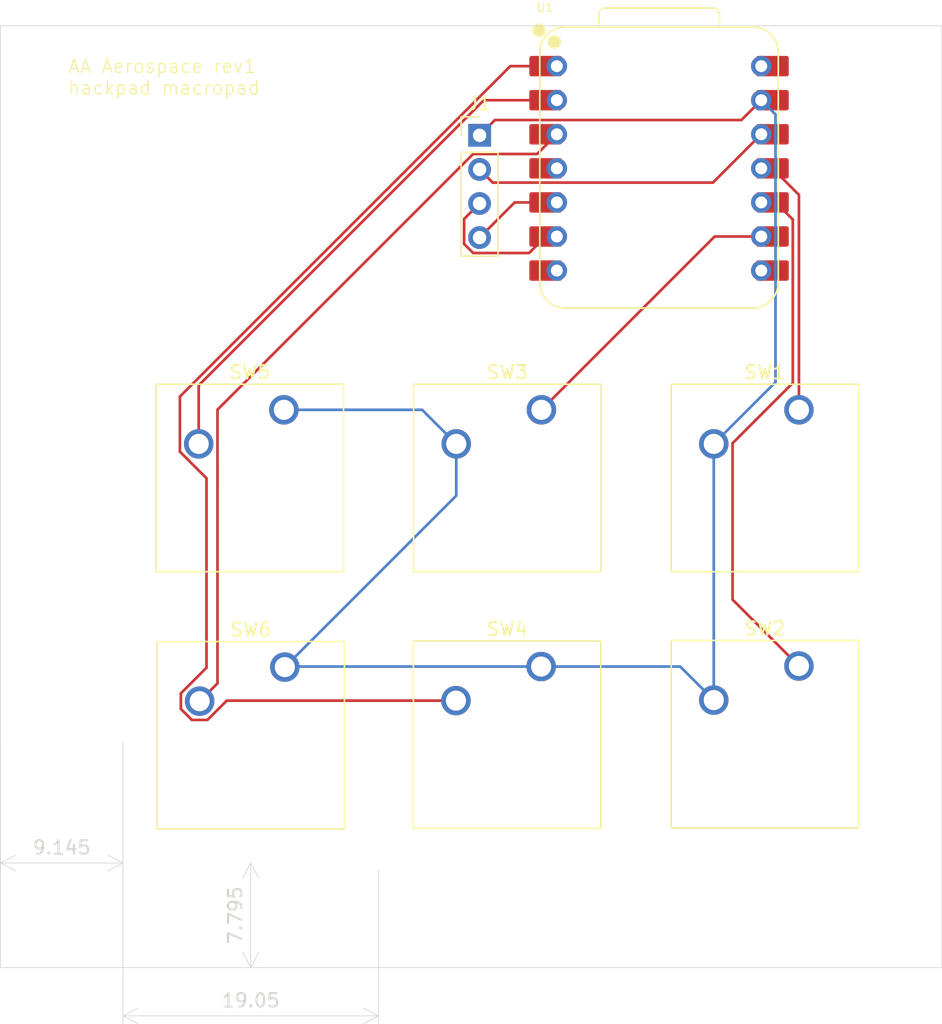
<source format=kicad_pcb>
(kicad_pcb (version 20241229) (generator "pcbnew") (generator_version "9.0")
  (layers (0 "F.Cu" signal) (2 "B.Cu" signal) (13 "F.Paste" user) (15 "B.Paste" user) (5 "F.SilkS" user "F.Silkscreen") (7 "B.SilkS" user "B.Silkscreen") (1 "F.Mask" user) (3 "B.Mask" user) (25 "Edge.Cuts" user))
  (net 0 "")
  (net 1 "+3V3")
  (net 2 "GND")
  (net 3 "Net-(J1-Pin_3)")
  (net 4 "Net-(J1-Pin_4)")
  (net 5 "Net-(U1-GPIO3{slash}MOSI)")
  (net 6 "Net-(U1-GPIO4{slash}MISO)")
  (net 7 "Net-(U1-GPIO2{slash}SCK)")
  (net 8 "Net-(U1-GPIO26{slash}ADC0{slash}A0)")
  (net 9 "Net-(U1-GPIO27{slash}ADC1{slash}A1)")
  (net 10 "Net-(U1-GPIO28{slash}ADC2{slash}A2)")
  (net 14 "+5V")
  (footprint "Button_Switch_Keyboard:SW_Cherry_MX_1.00u_PCB" (layer "F.Cu") (at 50.32 62.56)
    (property "Reference" "SW4" (at -2.54 -2.794 0) (layer "F.SilkS"))
    (property "Value" "SW_Push")
    (fp_line (start -9.525 -1.905) (end 4.445 -1.905) (stroke (width 0.12)) (layer "F.SilkS"))
    (fp_line (start -9.525 12.065) (end -9.525 -1.905) (stroke (width 0.12)) (layer "F.SilkS"))
    (fp_line (start 4.445 -1.905) (end 4.445 12.065) (stroke (width 0.12)) (layer "F.SilkS"))
    (fp_line (start 4.445 12.065) (end -9.525 12.065) (stroke (width 0.12)) (layer "F.SilkS"))
    (pad "" np_thru_hole circle (at -7.62 5.08) (size 1.7 1.7) (drill 1.7) (layers "*.Cu" "*.Mask"))
    (pad "" np_thru_hole circle (at -2.54 5.08) (size 4 4) (drill 4) (layers "*.Cu" "*.Mask"))
    (pad "" np_thru_hole circle (at 2.54 5.08) (size 1.7 1.7) (drill 1.7) (layers "*.Cu" "*.Mask"))
    (pad "1" thru_hole circle (at 0 0) (size 2.2 2.2) (drill 1.5) (layers "*.Cu" "*.Mask") (net 2 "GND"))
    (pad "2" thru_hole circle (at -6.35 2.54) (size 2.2 2.2) (drill 1.5) (layers "*.Cu" "*.Mask") (net 8 "Net-(U1-GPIO26{slash}ADC0{slash}A0)"))
  )
  (footprint "Connector_PinHeader_2.54mm:PinHeader_1x04_P2.54mm_Vertical" (layer "F.Cu") (at 45.73 22.96)
    (property "Reference" "J1" (at 0 -2.38 0) (layer "F.SilkS"))
    (property "Value" "Conn_01x04")
    (fp_line (start -1.38 -1.38) (end 0 -1.38) (stroke (width 0.12)) (layer "F.SilkS"))
    (fp_line (start -1.38 0) (end -1.38 -1.38) (stroke (width 0.12)) (layer "F.SilkS"))
    (fp_line (start -1.38 1.27) (end -1.38 9) (stroke (width 0.12)) (layer "F.SilkS"))
    (fp_line (start -1.38 1.27) (end 1.38 1.27) (stroke (width 0.12)) (layer "F.SilkS"))
    (fp_line (start -1.38 9) (end 1.38 9) (stroke (width 0.12)) (layer "F.SilkS"))
    (fp_line (start 1.38 1.27) (end 1.38 9) (stroke (width 0.12)) (layer "F.SilkS"))
    (pad "1" thru_hole rect (at 0 0) (size 1.7 1.7) (drill 1) (layers "*.Cu" "*.Mask") (net 2 "GND"))
    (pad "2" thru_hole circle (at 0 2.54) (size 1.7 1.7) (drill 1) (layers "*.Cu" "*.Mask") (net 1 "+3V3"))
    (pad "3" thru_hole circle (at 0 5.08) (size 1.7 1.7) (drill 1) (layers "*.Cu" "*.Mask") (net 3 "Net-(J1-Pin_3)"))
    (pad "4" thru_hole circle (at 0 7.62) (size 1.7 1.7) (drill 1) (layers "*.Cu" "*.Mask") (net 4 "Net-(J1-Pin_4)"))
  )
  (footprint "Button_Switch_Keyboard:SW_Cherry_MX_1.00u_PCB" (layer "F.Cu") (at 69.54 62.52)
    (property "Reference" "SW2" (at -2.54 -2.794 0) (layer "F.SilkS"))
    (property "Value" "SW_Push")
    (fp_line (start -9.525 -1.905) (end 4.445 -1.905) (stroke (width 0.12)) (layer "F.SilkS"))
    (fp_line (start -9.525 12.065) (end -9.525 -1.905) (stroke (width 0.12)) (layer "F.SilkS"))
    (fp_line (start 4.445 -1.905) (end 4.445 12.065) (stroke (width 0.12)) (layer "F.SilkS"))
    (fp_line (start 4.445 12.065) (end -9.525 12.065) (stroke (width 0.12)) (layer "F.SilkS"))
    (pad "" np_thru_hole circle (at -7.62 5.08) (size 1.7 1.7) (drill 1.7) (layers "*.Cu" "*.Mask"))
    (pad "" np_thru_hole circle (at -2.54 5.08) (size 4 4) (drill 4) (layers "*.Cu" "*.Mask"))
    (pad "" np_thru_hole circle (at 2.54 5.08) (size 1.7 1.7) (drill 1.7) (layers "*.Cu" "*.Mask"))
    (pad "1" thru_hole circle (at 0 0) (size 2.2 2.2) (drill 1.5) (layers "*.Cu" "*.Mask") (net 6 "Net-(U1-GPIO4{slash}MISO)"))
    (pad "2" thru_hole circle (at -6.35 2.54) (size 2.2 2.2) (drill 1.5) (layers "*.Cu" "*.Mask") (net 2 "GND"))
  )
  (footprint "Button_Switch_Keyboard:SW_Cherry_MX_1.00u_PCB" (layer "F.Cu") (at 50.34 43.42)
    (property "Reference" "SW3" (at -2.54 -2.794 0) (layer "F.SilkS"))
    (property "Value" "SW_Push")
    (fp_line (start -9.525 -1.905) (end 4.445 -1.905) (stroke (width 0.12)) (layer "F.SilkS"))
    (fp_line (start -9.525 12.065) (end -9.525 -1.905) (stroke (width 0.12)) (layer "F.SilkS"))
    (fp_line (start 4.445 -1.905) (end 4.445 12.065) (stroke (width 0.12)) (layer "F.SilkS"))
    (fp_line (start 4.445 12.065) (end -9.525 12.065) (stroke (width 0.12)) (layer "F.SilkS"))
    (pad "" np_thru_hole circle (at -7.62 5.08) (size 1.7 1.7) (drill 1.7) (layers "*.Cu" "*.Mask"))
    (pad "" np_thru_hole circle (at -2.54 5.08) (size 4 4) (drill 4) (layers "*.Cu" "*.Mask"))
    (pad "" np_thru_hole circle (at 2.54 5.08) (size 1.7 1.7) (drill 1.7) (layers "*.Cu" "*.Mask"))
    (pad "1" thru_hole circle (at 0 0) (size 2.2 2.2) (drill 1.5) (layers "*.Cu" "*.Mask") (net 7 "Net-(U1-GPIO2{slash}SCK)"))
    (pad "2" thru_hole circle (at -6.35 2.54) (size 2.2 2.2) (drill 1.5) (layers "*.Cu" "*.Mask") (net 2 "GND"))
  )
  (footprint "Seeed Studio XIAO Series Library:XIAO-RP2040-DIP" (layer "F.Cu") (at 59.11 25.42)
    (property "Reference" "U1" (at -8.5 -12 0) (layer "F.SilkS") (effects (font (size 0.635 0.635) (thickness 0.1016))))
    (property "Value" "XIAO-RP2040-DIP")
    (fp_line (start -8.89 8.509) (end -8.89 -8.636) (stroke (width 0.127)) (layer "F.SilkS"))
    (fp_line (start -6.985 10.414) (end 6.985 10.414) (stroke (width 0.127)) (layer "F.SilkS"))
    (fp_line (start -4.495 -10.541) (end -4.491272 -11.451272) (stroke (width 0.127)) (layer "F.SilkS"))
    (fp_line (start -3.991272 -11.951) (end 4.004 -11.951) (stroke (width 0.127)) (layer "F.SilkS"))
    (fp_line (start 4.504 -11.451) (end 4.504 -10.541) (stroke (width 0.127)) (layer "F.SilkS"))
    (fp_line (start 6.985 -10.541) (end -6.985 -10.541) (stroke (width 0.1)) (layer "F.SilkS"))
    (fp_line (start 6.985 -10.541) (end -6.985 -10.541) (stroke (width 0.127)) (layer "F.SilkS"))
    (fp_line (start 8.89 8.509) (end 8.89 -8.636) (stroke (width 0.127)) (layer "F.SilkS"))
    (fp_arc (start -8.89 -8.636) (mid -8.332038 -9.983038) (end -6.985 -10.541) (stroke (width 0.127)) (layer "F.SilkS"))
    (fp_arc (start -6.985 10.414) (mid -8.332038 9.856038) (end -8.89 8.509) (stroke (width 0.127)) (layer "F.SilkS"))
    (fp_arc (start -4.491272 -11.451272) (mid -4.344728 -11.80464) (end -3.991272 -11.951) (stroke (width 0.127)) (layer "F.SilkS"))
    (fp_arc (start 4.004 -11.951) (mid 4.357553 -11.804553) (end 4.504 -11.451) (stroke (width 0.127)) (layer "F.SilkS"))
    (fp_arc (start 6.985 -10.541) (mid 8.332038 -9.983038) (end 8.89 -8.636) (stroke (width 0.127)) (layer "F.SilkS"))
    (fp_arc (start 8.89 8.509) (mid 8.332038 9.856038) (end 6.985 10.414) (stroke (width 0.127)) (layer "F.SilkS"))
    (fp_circle (center -8.95 -10.3) (end -8.95 -10.554) (stroke (width 0.5)) (fill yes) (layer "F.SilkS"))
    (fp_circle (center -7.807 -9.42) (end -7.807 -9.674) (stroke (width 0.5)) (fill yes) (layer "F.SilkS"))
    (pad "1" smd roundrect (at -8.455 -7.62 180) (size 2.432 1.524) (layers "F.Cu" "F.Mask") (roundrect_rratio 0.1) (net 8 "Net-(U1-GPIO26{slash}ADC0{slash}A0)"))
    (pad "1" thru_hole circle (at -7.62 -7.62 180) (size 1.524 1.524) (drill 0.889) (layers "*.Cu" "*.Mask") (net 8 "Net-(U1-GPIO26{slash}ADC0{slash}A0)"))
    (pad "2" smd roundrect (at -8.455 -5.08 180) (size 2.432 1.524) (layers "F.Cu" "F.Mask") (roundrect_rratio 0.1) (net 9 "Net-(U1-GPIO27{slash}ADC1{slash}A1)"))
    (pad "2" thru_hole circle (at -7.62 -5.08 180) (size 1.524 1.524) (drill 0.889) (layers "*.Cu" "*.Mask") (net 9 "Net-(U1-GPIO27{slash}ADC1{slash}A1)"))
    (pad "3" smd roundrect (at -8.455 -2.54 180) (size 2.432 1.524) (layers "F.Cu" "F.Mask") (roundrect_rratio 0.1) (net 10 "Net-(U1-GPIO28{slash}ADC2{slash}A2)"))
    (pad "3" thru_hole circle (at -7.62 -2.54 180) (size 1.524 1.524) (drill 0.889) (layers "*.Cu" "*.Mask") (net 10 "Net-(U1-GPIO28{slash}ADC2{slash}A2)"))
    (pad "4" smd roundrect (at -8.455 0 180) (size 2.432 1.524) (layers "F.Cu" "F.Mask") (roundrect_rratio 0.1))
    (pad "4" thru_hole circle (at -7.62 0 180) (size 1.524 1.524) (drill 0.889) (layers "*.Cu" "*.Mask"))
    (pad "5" smd roundrect (at -8.455 2.54 180) (size 2.432 1.524) (layers "F.Cu" "F.Mask") (roundrect_rratio 0.1) (net 4 "Net-(J1-Pin_4)"))
    (pad "5" thru_hole circle (at -7.62 2.54 180) (size 1.524 1.524) (drill 0.889) (layers "*.Cu" "*.Mask") (net 4 "Net-(J1-Pin_4)"))
    (pad "6" smd roundrect (at -8.455 5.08 180) (size 2.432 1.524) (layers "F.Cu" "F.Mask") (roundrect_rratio 0.1) (net 3 "Net-(J1-Pin_3)"))
    (pad "6" thru_hole circle (at -7.62 5.08 180) (size 1.524 1.524) (drill 0.889) (layers "*.Cu" "*.Mask") (net 3 "Net-(J1-Pin_3)"))
    (pad "7" smd roundrect (at -8.455 7.62 180) (size 2.432 1.524) (layers "F.Cu" "F.Mask") (roundrect_rratio 0.1))
    (pad "7" thru_hole circle (at -7.62 7.62 180) (size 1.524 1.524) (drill 0.889) (layers "*.Cu" "*.Mask"))
    (pad "8" thru_hole circle (at 7.62 7.62) (size 1.524 1.524) (drill 0.889) (layers "*.Cu" "*.Mask"))
    (pad "8" smd roundrect (at 8.455 7.62) (size 2.432 1.524) (layers "F.Cu" "F.Mask") (roundrect_rratio 0.1))
    (pad "9" thru_hole circle (at 7.62 5.08) (size 1.524 1.524) (drill 0.889) (layers "*.Cu" "*.Mask") (net 7 "Net-(U1-GPIO2{slash}SCK)"))
    (pad "9" smd roundrect (at 8.455 5.08) (size 2.432 1.524) (layers "F.Cu" "F.Mask") (roundrect_rratio 0.1) (net 7 "Net-(U1-GPIO2{slash}SCK)"))
    (pad "10" thru_hole circle (at 7.62 2.54) (size 1.524 1.524) (drill 0.889) (layers "*.Cu" "*.Mask") (net 6 "Net-(U1-GPIO4{slash}MISO)"))
    (pad "10" smd roundrect (at 8.455 2.54) (size 2.432 1.524) (layers "F.Cu" "F.Mask") (roundrect_rratio 0.1) (net 6 "Net-(U1-GPIO4{slash}MISO)"))
    (pad "11" thru_hole circle (at 7.62 0) (size 1.524 1.524) (drill 0.889) (layers "*.Cu" "*.Mask") (net 5 "Net-(U1-GPIO3{slash}MOSI)"))
    (pad "11" smd roundrect (at 8.455 0) (size 2.432 1.524) (layers "F.Cu" "F.Mask") (roundrect_rratio 0.1) (net 5 "Net-(U1-GPIO3{slash}MOSI)"))
    (pad "12" thru_hole circle (at 7.62 -2.54) (size 1.524 1.524) (drill 0.889) (layers "*.Cu" "*.Mask") (net 1 "+3V3"))
    (pad "12" smd roundrect (at 8.455 -2.54) (size 2.432 1.524) (layers "F.Cu" "F.Mask") (roundrect_rratio 0.1) (net 1 "+3V3"))
    (pad "13" thru_hole circle (at 7.62 -5.08) (size 1.524 1.524) (drill 0.889) (layers "*.Cu" "*.Mask") (net 2 "GND"))
    (pad "13" smd roundrect (at 8.455 -5.08) (size 2.432 1.524) (layers "F.Cu" "F.Mask") (roundrect_rratio 0.1) (net 2 "GND"))
    (pad "14" thru_hole circle (at 7.62 -7.62) (size 1.524 1.524) (drill 0.889) (layers "*.Cu" "*.Mask") (net 14 "+5V"))
    (pad "14" smd roundrect (at 8.455 -7.62) (size 2.432 1.524) (layers "F.Cu" "F.Mask") (roundrect_rratio 0.1) (net 14 "+5V"))
  )
  (footprint "Button_Switch_Keyboard:SW_Cherry_MX_1.00u_PCB" (layer "F.Cu") (at 31.21 62.6)
    (property "Reference" "SW6" (at -2.54 -2.794 0) (layer "F.SilkS"))
    (property "Value" "SW_Push")
    (fp_line (start -9.525 -1.905) (end 4.445 -1.905) (stroke (width 0.12)) (layer "F.SilkS"))
    (fp_line (start -9.525 12.065) (end -9.525 -1.905) (stroke (width 0.12)) (layer "F.SilkS"))
    (fp_line (start 4.445 -1.905) (end 4.445 12.065) (stroke (width 0.12)) (layer "F.SilkS"))
    (fp_line (start 4.445 12.065) (end -9.525 12.065) (stroke (width 0.12)) (layer "F.SilkS"))
    (pad "" np_thru_hole circle (at -7.62 5.08) (size 1.7 1.7) (drill 1.7) (layers "*.Cu" "*.Mask"))
    (pad "" np_thru_hole circle (at -2.54 5.08) (size 4 4) (drill 4) (layers "*.Cu" "*.Mask"))
    (pad "" np_thru_hole circle (at 2.54 5.08) (size 1.7 1.7) (drill 1.7) (layers "*.Cu" "*.Mask"))
    (pad "1" thru_hole circle (at 0 0) (size 2.2 2.2) (drill 1.5) (layers "*.Cu" "*.Mask") (net 2 "GND"))
    (pad "2" thru_hole circle (at -6.35 2.54) (size 2.2 2.2) (drill 1.5) (layers "*.Cu" "*.Mask") (net 10 "Net-(U1-GPIO28{slash}ADC2{slash}A2)"))
  )
  (footprint "Button_Switch_Keyboard:SW_Cherry_MX_1.00u_PCB" (layer "F.Cu") (at 31.14 43.42)
    (property "Reference" "SW5" (at -2.54 -2.794 0) (layer "F.SilkS"))
    (property "Value" "SW_Push")
    (fp_line (start -9.525 -1.905) (end 4.445 -1.905) (stroke (width 0.12)) (layer "F.SilkS"))
    (fp_line (start -9.525 12.065) (end -9.525 -1.905) (stroke (width 0.12)) (layer "F.SilkS"))
    (fp_line (start 4.445 -1.905) (end 4.445 12.065) (stroke (width 0.12)) (layer "F.SilkS"))
    (fp_line (start 4.445 12.065) (end -9.525 12.065) (stroke (width 0.12)) (layer "F.SilkS"))
    (pad "" np_thru_hole circle (at -7.62 5.08) (size 1.7 1.7) (drill 1.7) (layers "*.Cu" "*.Mask"))
    (pad "" np_thru_hole circle (at -2.54 5.08) (size 4 4) (drill 4) (layers "*.Cu" "*.Mask"))
    (pad "" np_thru_hole circle (at 2.54 5.08) (size 1.7 1.7) (drill 1.7) (layers "*.Cu" "*.Mask"))
    (pad "1" thru_hole circle (at 0 0) (size 2.2 2.2) (drill 1.5) (layers "*.Cu" "*.Mask") (net 2 "GND"))
    (pad "2" thru_hole circle (at -6.35 2.54) (size 2.2 2.2) (drill 1.5) (layers "*.Cu" "*.Mask") (net 9 "Net-(U1-GPIO27{slash}ADC1{slash}A1)"))
  )
  (footprint "Button_Switch_Keyboard:SW_Cherry_MX_1.00u_PCB" (layer "F.Cu") (at 69.54 43.42)
    (property "Reference" "SW1" (at -2.54 -2.794 0) (layer "F.SilkS"))
    (property "Value" "SW_Push")
    (fp_line (start -9.525 -1.905) (end 4.445 -1.905) (stroke (width 0.12)) (layer "F.SilkS"))
    (fp_line (start -9.525 12.065) (end -9.525 -1.905) (stroke (width 0.12)) (layer "F.SilkS"))
    (fp_line (start 4.445 -1.905) (end 4.445 12.065) (stroke (width 0.12)) (layer "F.SilkS"))
    (fp_line (start 4.445 12.065) (end -9.525 12.065) (stroke (width 0.12)) (layer "F.SilkS"))
    (pad "" np_thru_hole circle (at -7.62 5.08) (size 1.7 1.7) (drill 1.7) (layers "*.Cu" "*.Mask"))
    (pad "" np_thru_hole circle (at -2.54 5.08) (size 4 4) (drill 4) (layers "*.Cu" "*.Mask"))
    (pad "" np_thru_hole circle (at 2.54 5.08) (size 1.7 1.7) (drill 1.7) (layers "*.Cu" "*.Mask"))
    (pad "1" thru_hole circle (at 0 0) (size 2.2 2.2) (drill 1.5) (layers "*.Cu" "*.Mask") (net 5 "Net-(U1-GPIO3{slash}MOSI)"))
    (pad "2" thru_hole circle (at -6.35 2.54) (size 2.2 2.2) (drill 1.5) (layers "*.Cu" "*.Mask") (net 2 "GND"))
  )
  (gr_rect (start 10 14.8) (end 80.2 85) (stroke (width 0.05)) (fill no) (layer "Edge.Cuts"))
  (gr_text "AA Aerospace rev1\nhackpad macropad" (at 15 20 0) (layer "F.SilkS") (effects (font (size 1 1) (thickness 0.1)) (justify left bottom)))
  (dimension (type orthogonal) (layer "Edge.Cuts") (pts (xy 10 68) (xy 19.145 67.68)) (height 9.205) (orientation 0) (format (prefix "") (suffix "") (units 3) (units_format 0) (precision 4) (suppress_zeroes yes)) (style (thickness 0.05) (arrow_length 1.27) (text_position_mode 0) (arrow_direction outward) (extension_height 0.58642) (extension_offset 0.5) (keep_text_aligned yes)) (gr_text "9.145" (at 14.5725 76.055 0) (layer "Edge.Cuts") (effects (font (size 1 1) (thickness 0.15)))))
  (dimension (type orthogonal) (layer "Edge.Cuts") (pts (xy 28.67 77.205) (xy 28.67 85)) (height 0) (orientation 1) (format (prefix "") (suffix "") (units 3) (units_format 0) (precision 4) (suppress_zeroes yes)) (style (thickness 0.05) (arrow_length 1.27) (text_position_mode 0) (arrow_direction outward) (extension_height 0.58642) (extension_offset 0.5) (keep_text_aligned yes)) (gr_text "7.795" (at 27.52 81.1025 90) (layer "Edge.Cuts") (effects (font (size 1 1) (thickness 0.15)))))
  (dimension (type orthogonal) (layer "Edge.Cuts") (pts (xy 19.145 77.205) (xy 38.195 77.205)) (height 11.395) (orientation 0) (format (prefix "") (suffix "") (units 3) (units_format 0) (precision 4) (suppress_zeroes yes)) (style (thickness 0.05) (arrow_length 1.27) (text_position_mode 0) (arrow_direction outward) (extension_height 0.58642) (extension_offset 0.5) (keep_text_aligned yes)) (gr_text "19.05" (at 28.67 87.45 0) (layer "Edge.Cuts") (effects (font (size 1 1) (thickness 0.15)))))
  (segment (start 46.713 26.483) (end 63.127 26.483) (width 0.2) (layer "F.Cu") (net 1))
  (segment (start 63.127 26.483) (end 66.73 22.88) (width 0.2) (layer "F.Cu") (net 1))
  (segment (start 45.73 25.5) (end 46.713 26.483) (width 0.2) (layer "F.Cu") (net 1))
  (segment (start 46.873 21.817) (end 65.253 21.817) (width 0.2) (layer "F.Cu") (net 2))
  (segment (start 65.253 21.817) (end 66.73 20.34) (width 0.2) (layer "F.Cu") (net 2))
  (segment (start 45.73 22.96) (end 46.873 21.817) (width 0.2) (layer "F.Cu") (net 2))
  (segment (start 31.25 62.56) (end 31.21 62.6) (width 0.2) (layer "B.Cu") (net 2))
  (segment (start 63.19 65.06) (end 63.19 45.96) (width 0.2) (layer "B.Cu") (net 2))
  (segment (start 50.32 62.56) (end 31.25 62.56) (width 0.2) (layer "B.Cu") (net 2))
  (segment (start 67.793 21.403) (end 66.73 20.34) (width 0.2) (layer "B.Cu") (net 2))
  (segment (start 67.793 41.357) (end 67.793 21.403) (width 0.2) (layer "B.Cu") (net 2))
  (segment (start 43.99 49.82) (end 43.99 45.96) (width 0.2) (layer "B.Cu") (net 2))
  (segment (start 63.19 45.96) (end 67.793 41.357) (width 0.2) (layer "B.Cu") (net 2))
  (segment (start 31.21 62.6) (end 43.99 49.82) (width 0.2) (layer "B.Cu") (net 2))
  (segment (start 50.32 62.56) (end 60.69 62.56) (width 0.2) (layer "B.Cu") (net 2))
  (segment (start 60.69 62.56) (end 63.19 65.06) (width 0.2) (layer "B.Cu") (net 2))
  (segment (start 41.45 43.42) (end 43.99 45.96) (width 0.2) (layer "B.Cu") (net 2))
  (segment (start 31.14 43.42) (end 41.45 43.42) (width 0.2) (layer "B.Cu") (net 2))
  (segment (start 44.579 31.05676) (end 45.25324 31.731) (width 0.2) (layer "F.Cu") (net 3))
  (segment (start 49.424 31.731) (end 50.655 30.5) (width 0.2) (layer "F.Cu") (net 3))
  (segment (start 44.579 29.191) (end 44.579 31.05676) (width 0.2) (layer "F.Cu") (net 3))
  (segment (start 45.73 28.04) (end 44.579 29.191) (width 0.2) (layer "F.Cu") (net 3))
  (segment (start 45.25324 31.731) (end 49.424 31.731) (width 0.2) (layer "F.Cu") (net 3))
  (segment (start 45.73 30.58) (end 48.35 27.96) (width 0.2) (layer "F.Cu") (net 4))
  (segment (start 48.35 27.96) (end 50.655 27.96) (width 0.2) (layer "F.Cu") (net 4))
  (segment (start 69.54 27.395) (end 69.54 43.42) (width 0.2) (layer "F.Cu") (net 5))
  (segment (start 67.565 25.42) (end 69.54 27.395) (width 0.2) (layer "F.Cu") (net 5))
  (segment (start 69.082 41.418) (end 64.591 45.909) (width 0.2) (layer "F.Cu") (net 6))
  (segment (start 67.80763 27.96) (end 69.082 29.23437) (width 0.2) (layer "F.Cu") (net 6))
  (segment (start 69.082 29.23437) (end 69.082 41.418) (width 0.2) (layer "F.Cu") (net 6))
  (segment (start 64.591 57.571) (end 69.54 62.52) (width 0.2) (layer "F.Cu") (net 6))
  (segment (start 66.73 27.96) (end 67.80763 27.96) (width 0.2) (layer "F.Cu") (net 6))
  (segment (start 64.591 45.909) (end 64.591 57.571) (width 0.2) (layer "F.Cu") (net 6))
  (segment (start 66.73 30.5) (end 63.26 30.5) (width 0.2) (layer "F.Cu") (net 7))
  (segment (start 63.26 30.5) (end 50.34 43.42) (width 0.2) (layer "F.Cu") (net 7))
  (segment (start 23.389 42.4319) (end 48.0209 17.8) (width 0.2) (layer "F.Cu") (net 8))
  (segment (start 23.459 64.559686) (end 25.370314 62.648372) (width 0.2) (layer "F.Cu") (net 8))
  (segment (start 43.97 65.1) (end 26.881314 65.1) (width 0.2) (layer "F.Cu") (net 8))
  (segment (start 23.389 46.540314) (end 23.389 42.4319) (width 0.2) (layer "F.Cu") (net 8))
  (segment (start 25.370314 48.521628) (end 23.389 46.540314) (width 0.2) (layer "F.Cu") (net 8))
  (segment (start 25.440314 66.541) (end 24.279686 66.541) (width 0.2) (layer "F.Cu") (net 8))
  (segment (start 25.370314 62.648372) (end 25.370314 48.521628) (width 0.2) (layer "F.Cu") (net 8))
  (segment (start 23.459 65.720314) (end 23.459 64.559686) (width 0.2) (layer "F.Cu") (net 8))
  (segment (start 24.279686 66.541) (end 23.459 65.720314) (width 0.2) (layer "F.Cu") (net 8))
  (segment (start 48.0209 17.8) (end 51.49 17.8) (width 0.2) (layer "F.Cu") (net 8))
  (segment (start 26.881314 65.1) (end 25.440314 66.541) (width 0.2) (layer "F.Cu") (net 8))
  (segment (start 46.048 20.34) (end 51.49 20.34) (width 0.2) (layer "F.Cu") (net 9))
  (segment (start 24.79 41.598) (end 46.048 20.34) (width 0.2) (layer "F.Cu") (net 9))
  (segment (start 24.79 45.96) (end 24.79 41.598) (width 0.2) (layer "F.Cu") (net 9))
  (segment (start 24.86 65.14) (end 26.191 63.809) (width 0.2) (layer "F.Cu") (net 10))
  (segment (start 26.191 43.41124) (end 45.25324 24.349) (width 0.2) (layer "F.Cu") (net 10))
  (segment (start 26.191 63.809) (end 26.191 43.41124) (width 0.2) (layer "F.Cu") (net 10))
  (segment (start 45.25324 24.349) (end 50.021 24.349) (width 0.2) (layer "F.Cu") (net 10))
  (segment (start 50.021 24.349) (end 51.49 22.88) (width 0.2) (layer "F.Cu") (net 10))
)
</source>
